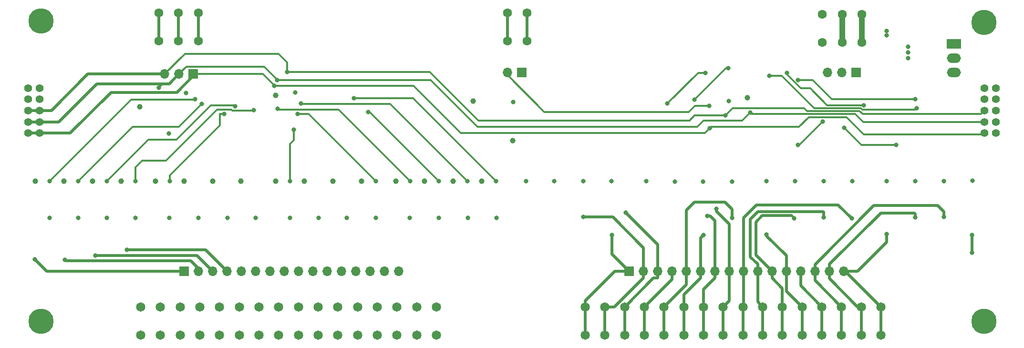
<source format=gbr>
%TF.GenerationSoftware,KiCad,Pcbnew,7.0.9*%
%TF.CreationDate,2023-12-10T13:16:36+00:00*%
%TF.ProjectId,Robust-IO-Expander,526f6275-7374-42d4-994f-2d457870616e,V1*%
%TF.SameCoordinates,Original*%
%TF.FileFunction,Copper,L4,Bot*%
%TF.FilePolarity,Positive*%
%FSLAX46Y46*%
G04 Gerber Fmt 4.6, Leading zero omitted, Abs format (unit mm)*
G04 Created by KiCad (PCBNEW 7.0.9) date 2023-12-10 13:16:36*
%MOMM*%
%LPD*%
G01*
G04 APERTURE LIST*
%TA.AperFunction,ComponentPad*%
%ADD10C,4.500000*%
%TD*%
%TA.AperFunction,ComponentPad*%
%ADD11R,1.700000X1.700000*%
%TD*%
%TA.AperFunction,ComponentPad*%
%ADD12O,1.700000X1.700000*%
%TD*%
%TA.AperFunction,ComponentPad*%
%ADD13C,1.600200*%
%TD*%
%TA.AperFunction,ComponentPad*%
%ADD14R,2.500000X1.700000*%
%TD*%
%TA.AperFunction,ComponentPad*%
%ADD15O,2.500000X1.700000*%
%TD*%
%TA.AperFunction,ComponentPad*%
%ADD16C,1.397000*%
%TD*%
%TA.AperFunction,ComponentPad*%
%ADD17C,1.650000*%
%TD*%
%TA.AperFunction,ViaPad*%
%ADD18C,0.800000*%
%TD*%
%TA.AperFunction,ViaPad*%
%ADD19C,1.000000*%
%TD*%
%TA.AperFunction,Conductor*%
%ADD20C,0.500000*%
%TD*%
%TA.AperFunction,Conductor*%
%ADD21C,0.320000*%
%TD*%
%TA.AperFunction,Conductor*%
%ADD22C,1.000000*%
%TD*%
G04 APERTURE END LIST*
D10*
%TO.P,H1,1,1*%
%TO.N,unconnected-(H1-Pad1)*%
X56642000Y-130556000D03*
%TD*%
D11*
%TO.P,J2,1,Pin_1*%
%TO.N,InCS*%
X141966000Y-86374900D03*
D12*
%TO.P,J2,2,Pin_2*%
%TO.N,OutCS*%
X139426000Y-86374900D03*
%TD*%
D13*
%TO.P,J11,1,1*%
%TO.N,SCK*%
X84582001Y-80772000D03*
%TO.P,J11,2,2*%
X84582001Y-75772000D03*
%TO.P,J11,3,3*%
%TO.N,MOSI*%
X81082001Y-80772000D03*
%TO.P,J11,4,4*%
X81082001Y-75772000D03*
%TO.P,J11,5,5*%
%TO.N,MISO*%
X77582000Y-80772000D03*
%TO.P,J11,6,6*%
X77582000Y-75772000D03*
%TD*%
D11*
%TO.P,J4,1,Pin_1*%
%TO.N,SCK*%
X83678000Y-86665000D03*
D12*
%TO.P,J4,2,Pin_2*%
%TO.N,MOSI*%
X81138000Y-86665000D03*
%TO.P,J4,3,Pin_3*%
%TO.N,MISO*%
X78598000Y-86665000D03*
%TD*%
D10*
%TO.P,H2,1,1*%
%TO.N,unconnected-(H2-Pad1)*%
X224028000Y-130556000D03*
%TD*%
D11*
%TO.P,J7,1,Pin_1*%
%TO.N,EOUT0*%
X161036000Y-121666000D03*
D12*
%TO.P,J7,2,Pin_2*%
%TO.N,EOUT1*%
X163576000Y-121666000D03*
%TO.P,J7,3,Pin_3*%
%TO.N,EOUT2*%
X166116000Y-121666000D03*
%TO.P,J7,4,Pin_4*%
%TO.N,EOUT3*%
X168656000Y-121666000D03*
%TO.P,J7,5,Pin_5*%
%TO.N,EOUT4*%
X171196000Y-121666000D03*
%TO.P,J7,6,Pin_6*%
%TO.N,EOUT5*%
X173736000Y-121666000D03*
%TO.P,J7,7,Pin_7*%
%TO.N,EOUT6*%
X176276000Y-121666000D03*
%TO.P,J7,8,Pin_8*%
%TO.N,EOUT7*%
X178816000Y-121666000D03*
%TO.P,J7,9,Pin_9*%
%TO.N,EOUT8*%
X181356000Y-121666000D03*
%TO.P,J7,10,Pin_10*%
%TO.N,EOUT9*%
X183896000Y-121666000D03*
%TO.P,J7,11,Pin_11*%
%TO.N,EOUT10*%
X186436000Y-121666000D03*
%TO.P,J7,12,Pin_12*%
%TO.N,EOUT11*%
X188976000Y-121666000D03*
%TO.P,J7,13,Pin_13*%
%TO.N,EOUT12*%
X191516000Y-121666000D03*
%TO.P,J7,14,Pin_14*%
%TO.N,EOUT13*%
X194056000Y-121666000D03*
%TO.P,J7,15,Pin_15*%
%TO.N,EOUT14*%
X196596000Y-121666000D03*
%TO.P,J7,16,Pin_16*%
%TO.N,EOUT15*%
X199136000Y-121666000D03*
%TD*%
D13*
%TO.P,J3,1,1*%
%TO.N,InCS*%
X142946002Y-80772000D03*
%TO.P,J3,2,2*%
X142946002Y-75772000D03*
%TO.P,J3,3,3*%
%TO.N,OutCS*%
X139445999Y-80772000D03*
%TO.P,J3,4,4*%
X139445999Y-75772000D03*
%TD*%
D14*
%TO.P,U11,1,IN*%
%TO.N,Net-(U11-IN)*%
X218694000Y-81322500D03*
D15*
%TO.P,U11,2,GND*%
%TO.N,GND*%
X218694000Y-83862500D03*
%TO.P,U11,3,OUT*%
%TO.N,+3.3V*%
X218694000Y-86402500D03*
%TD*%
D16*
%TO.P,J9,1,1*%
%TO.N,SCK*%
X54405399Y-97155000D03*
%TO.P,J9,2,2*%
X56405401Y-97155000D03*
%TO.P,J9,3,3*%
%TO.N,MOSI*%
X54405399Y-95155001D03*
%TO.P,J9,4,4*%
X56405401Y-95155001D03*
%TO.P,J9,5,5*%
%TO.N,MISO*%
X54405399Y-93155000D03*
%TO.P,J9,6,6*%
X56405401Y-93155000D03*
%TO.P,J9,7,7*%
%TO.N,GND*%
X54405399Y-91154999D03*
%TO.P,J9,8,8*%
X56405401Y-91154999D03*
%TO.P,J9,9,9*%
%TO.N,unconnected-(J9-Pad9)*%
X54405399Y-89155001D03*
%TO.P,J9,10,10*%
%TO.N,unconnected-(J9-Pad10)*%
X56405401Y-89155001D03*
%TD*%
D13*
%TO.P,J8,1,1*%
%TO.N,Net-(J12-Pin_1)*%
X202382001Y-81026000D03*
%TO.P,J8,2,2*%
X202382001Y-76026000D03*
%TO.P,J8,3,3*%
%TO.N,Net-(J12-Pin_2)*%
X198882001Y-81026000D03*
%TO.P,J8,4,4*%
X198882001Y-76026000D03*
%TO.P,J8,5,5*%
%TO.N,GND*%
X195382000Y-81026000D03*
%TO.P,J8,6,6*%
X195382000Y-76026000D03*
%TD*%
D11*
%TO.P,J1,1,Pin_1*%
%TO.N,EIN0*%
X82042000Y-121666000D03*
D12*
%TO.P,J1,2,Pin_2*%
%TO.N,EIN1*%
X84582000Y-121666000D03*
%TO.P,J1,3,Pin_3*%
%TO.N,EIN2*%
X87122000Y-121666000D03*
%TO.P,J1,4,Pin_4*%
%TO.N,EIN3*%
X89662000Y-121666000D03*
%TO.P,J1,5,Pin_5*%
%TO.N,EIN4*%
X92202000Y-121666000D03*
%TO.P,J1,6,Pin_6*%
%TO.N,EIN5*%
X94742000Y-121666000D03*
%TO.P,J1,7,Pin_7*%
%TO.N,EIN6*%
X97282000Y-121666000D03*
%TO.P,J1,8,Pin_8*%
%TO.N,EIN7*%
X99822000Y-121666000D03*
%TO.P,J1,9,Pin_9*%
%TO.N,EIN8*%
X102362000Y-121666000D03*
%TO.P,J1,10,Pin_10*%
%TO.N,EIN9*%
X104902000Y-121666000D03*
%TO.P,J1,11,Pin_11*%
%TO.N,EIN10*%
X107442000Y-121666000D03*
%TO.P,J1,12,Pin_12*%
%TO.N,EIN11*%
X109982000Y-121666000D03*
%TO.P,J1,13,Pin_13*%
%TO.N,EIN12*%
X112522000Y-121666000D03*
%TO.P,J1,14,Pin_14*%
%TO.N,EIN13*%
X115062000Y-121666000D03*
%TO.P,J1,15,Pin_15*%
%TO.N,EIN14*%
X117602000Y-121666000D03*
%TO.P,J1,16,Pin_16*%
%TO.N,EIN15*%
X120142000Y-121666000D03*
%TD*%
D17*
%TO.P,J6,1,1*%
%TO.N,EOUT0*%
X153270000Y-128016000D03*
%TO.P,J6,2,2*%
%TO.N,EOUT1*%
X156770000Y-128016000D03*
%TO.P,J6,3,3*%
%TO.N,EOUT2*%
X160270000Y-128016000D03*
%TO.P,J6,4,4*%
%TO.N,EOUT3*%
X163770000Y-128016000D03*
%TO.P,J6,5,5*%
%TO.N,EOUT4*%
X167270000Y-128016000D03*
%TO.P,J6,6,6*%
%TO.N,EOUT5*%
X170770000Y-128016000D03*
%TO.P,J6,7,7*%
%TO.N,EOUT6*%
X174270000Y-128016000D03*
%TO.P,J6,8,8*%
%TO.N,EOUT7*%
X177770000Y-128016000D03*
%TO.P,J6,9,9*%
%TO.N,EOUT8*%
X181270000Y-128016000D03*
%TO.P,J6,10,10*%
%TO.N,EOUT9*%
X184770000Y-128016000D03*
%TO.P,J6,11,11*%
%TO.N,EOUT10*%
X188270000Y-128016000D03*
%TO.P,J6,12,12*%
%TO.N,EOUT11*%
X191770000Y-128016000D03*
%TO.P,J6,13,13*%
%TO.N,EOUT12*%
X195270000Y-128016000D03*
%TO.P,J6,14,14*%
%TO.N,EOUT13*%
X198770000Y-128016000D03*
%TO.P,J6,15,15*%
%TO.N,EOUT14*%
X202270000Y-128016000D03*
%TO.P,J6,16,16*%
%TO.N,EOUT15*%
X205770000Y-128016000D03*
%TO.P,J6,17,17*%
X205770000Y-133016000D03*
%TO.P,J6,18,18*%
%TO.N,EOUT14*%
X202270000Y-133016000D03*
%TO.P,J6,19,19*%
%TO.N,EOUT13*%
X198770000Y-133016000D03*
%TO.P,J6,20,20*%
%TO.N,EOUT12*%
X195270000Y-133016000D03*
%TO.P,J6,21,21*%
%TO.N,EOUT11*%
X191770000Y-133016000D03*
%TO.P,J6,22,22*%
%TO.N,EOUT10*%
X188270000Y-133016000D03*
%TO.P,J6,23,23*%
%TO.N,EOUT9*%
X184770000Y-133016000D03*
%TO.P,J6,24,24*%
%TO.N,EOUT8*%
X181270000Y-133016000D03*
%TO.P,J6,25,25*%
%TO.N,EOUT7*%
X177770000Y-133016000D03*
%TO.P,J6,26,26*%
%TO.N,EOUT6*%
X174270000Y-133016000D03*
%TO.P,J6,27,27*%
%TO.N,EOUT5*%
X170770000Y-133016000D03*
%TO.P,J6,28,28*%
%TO.N,EOUT4*%
X167270000Y-133016000D03*
%TO.P,J6,29,29*%
%TO.N,EOUT3*%
X163770000Y-133016000D03*
%TO.P,J6,30,30*%
%TO.N,EOUT2*%
X160270000Y-133016000D03*
%TO.P,J6,31,31*%
%TO.N,EOUT1*%
X156770000Y-133016000D03*
%TO.P,J6,32,32*%
%TO.N,EOUT0*%
X153270000Y-133016000D03*
%TD*%
D10*
%TO.P,H3,1,1*%
%TO.N,unconnected-(H3-Pad1)*%
X56642000Y-77216000D03*
%TD*%
D11*
%TO.P,J12,1,Pin_1*%
%TO.N,Net-(J12-Pin_1)*%
X201351000Y-86360000D03*
D12*
%TO.P,J12,2,Pin_2*%
%TO.N,Net-(J12-Pin_2)*%
X198811000Y-86360000D03*
%TO.P,J12,3,Pin_3*%
%TO.N,GND*%
X196271000Y-86360000D03*
%TD*%
D10*
%TO.P,H4,1,1*%
%TO.N,unconnected-(H4-Pad1)*%
X224028000Y-77470000D03*
%TD*%
D16*
%TO.P,J10,1,1*%
%TO.N,unconnected-(J10-Pad1)*%
X224131299Y-89155000D03*
%TO.P,J10,2,2*%
%TO.N,unconnected-(J10-Pad2)*%
X226131301Y-89155000D03*
%TO.P,J10,3,3*%
%TO.N,GND*%
X224131299Y-91154999D03*
%TO.P,J10,4,4*%
X226131301Y-91154999D03*
%TO.P,J10,5,5*%
%TO.N,MISO*%
X224131299Y-93155000D03*
%TO.P,J10,6,6*%
X226131301Y-93155000D03*
%TO.P,J10,7,7*%
%TO.N,MOSI*%
X224131299Y-95155001D03*
%TO.P,J10,8,8*%
X226131301Y-95155001D03*
%TO.P,J10,9,9*%
%TO.N,SCK*%
X224131299Y-97154999D03*
%TO.P,J10,10,10*%
X226131301Y-97154999D03*
%TD*%
D17*
%TO.P,J5,1,1*%
%TO.N,EIN0*%
X74362000Y-128016000D03*
%TO.P,J5,2,2*%
%TO.N,EIN1*%
X77862000Y-128016000D03*
%TO.P,J5,3,3*%
%TO.N,EIN2*%
X81362000Y-128016000D03*
%TO.P,J5,4,4*%
%TO.N,EIN3*%
X84862000Y-128016000D03*
%TO.P,J5,5,5*%
%TO.N,EIN4*%
X88362000Y-128016000D03*
%TO.P,J5,6,6*%
%TO.N,EIN5*%
X91862000Y-128016000D03*
%TO.P,J5,7,7*%
%TO.N,EIN6*%
X95362000Y-128016000D03*
%TO.P,J5,8,8*%
%TO.N,EIN7*%
X98862000Y-128016000D03*
%TO.P,J5,9,9*%
%TO.N,EIN8*%
X102362000Y-128016000D03*
%TO.P,J5,10,10*%
%TO.N,EIN9*%
X105862000Y-128016000D03*
%TO.P,J5,11,11*%
%TO.N,EIN10*%
X109362000Y-128016000D03*
%TO.P,J5,12,12*%
%TO.N,EIN11*%
X112862000Y-128016000D03*
%TO.P,J5,13,13*%
%TO.N,EIN12*%
X116362000Y-128016000D03*
%TO.P,J5,14,14*%
%TO.N,EIN13*%
X119862000Y-128016000D03*
%TO.P,J5,15,15*%
%TO.N,EIN14*%
X123362000Y-128016000D03*
%TO.P,J5,16,16*%
%TO.N,EIN15*%
X126862000Y-128016000D03*
%TO.P,J5,17,17*%
X126862000Y-133016000D03*
%TO.P,J5,18,18*%
%TO.N,EIN14*%
X123362000Y-133016000D03*
%TO.P,J5,19,19*%
%TO.N,EIN13*%
X119862000Y-133016000D03*
%TO.P,J5,20,20*%
%TO.N,EIN12*%
X116362000Y-133016000D03*
%TO.P,J5,21,21*%
%TO.N,EIN11*%
X112862000Y-133016000D03*
%TO.P,J5,22,22*%
%TO.N,EIN10*%
X109362000Y-133016000D03*
%TO.P,J5,23,23*%
%TO.N,EIN9*%
X105862000Y-133016000D03*
%TO.P,J5,24,24*%
%TO.N,EIN8*%
X102362000Y-133016000D03*
%TO.P,J5,25,25*%
%TO.N,EIN7*%
X98862000Y-133016000D03*
%TO.P,J5,26,26*%
%TO.N,EIN6*%
X95362000Y-133016000D03*
%TO.P,J5,27,27*%
%TO.N,EIN5*%
X91862000Y-133016000D03*
%TO.P,J5,28,28*%
%TO.N,EIN4*%
X88362000Y-133016000D03*
%TO.P,J5,29,29*%
%TO.N,EIN3*%
X84862000Y-133016000D03*
%TO.P,J5,30,30*%
%TO.N,EIN2*%
X81362000Y-133016000D03*
%TO.P,J5,31,31*%
%TO.N,EIN1*%
X77862000Y-133016000D03*
%TO.P,J5,32,32*%
%TO.N,EIN0*%
X74362000Y-133016000D03*
%TD*%
D18*
%TO.N,EIN0*%
X55524400Y-119532000D03*
%TO.N,EIN1*%
X60909200Y-119634000D03*
%TO.N,EIN2*%
X66294000Y-118872000D03*
%TO.N,EIN3*%
X71932800Y-117856000D03*
%TO.N,OutCS*%
X175317600Y-92281100D03*
%TO.N,GND*%
X185420000Y-105664000D03*
X122123000Y-112217000D03*
X105969000Y-112217000D03*
X127254000Y-112217000D03*
X73456800Y-112217000D03*
X79451200Y-112166000D03*
X84582000Y-112217000D03*
X101752400Y-89924500D03*
X169164000Y-105766000D03*
X82397600Y-90017600D03*
X174193000Y-105766000D03*
X132436000Y-112217000D03*
X137516000Y-112217000D03*
X200660000Y-105664000D03*
X94792800Y-112217000D03*
X100838000Y-112217000D03*
X63296800Y-112217000D03*
X142748000Y-105715000D03*
X216916000Y-105664000D03*
X179324000Y-105766000D03*
X152908000Y-105715000D03*
X147777000Y-105715000D03*
X157937000Y-105715000D03*
X164135000Y-105715000D03*
X89763600Y-112217000D03*
X140462000Y-91664900D03*
X210566000Y-82804000D03*
X110947000Y-112166000D03*
X190551000Y-105664000D03*
X178749400Y-91493600D03*
X116078000Y-112217000D03*
X221996000Y-105613000D03*
D19*
X133350000Y-91440000D03*
D18*
X68326000Y-112217000D03*
X206756000Y-79756000D03*
X210566000Y-81788000D03*
D19*
X74168000Y-92456000D03*
D18*
X210566000Y-83820000D03*
X195580000Y-105664000D03*
X211887000Y-105715000D03*
X206756000Y-78994000D03*
X206807000Y-105664000D03*
X58166000Y-112217000D03*
%TO.N,SCK*%
X98094800Y-88747600D03*
X175367300Y-96271700D03*
%TO.N,MOSI*%
X77603900Y-89066500D03*
X182565100Y-93491000D03*
X98602800Y-87731600D03*
%TO.N,MISO*%
X100381000Y-86258400D03*
X178155600Y-94016500D03*
%TO.N,EOUT0*%
X157988000Y-115265200D03*
%TO.N,EOUT1*%
X152908000Y-112062500D03*
%TO.N,EOUT2*%
X160501800Y-111303000D03*
%TO.N,EOUT4*%
X179324000Y-112185200D03*
%TO.N,EOUT5*%
X174244000Y-115265200D03*
%TO.N,EOUT6*%
X174904400Y-111861600D03*
%TO.N,EOUT7*%
X176530000Y-110591600D03*
%TO.N,EOUT8*%
X200558400Y-112268000D03*
%TO.N,EOUT9*%
X195580000Y-112099900D03*
%TO.N,EOUT10*%
X190373250Y-112242350D03*
%TO.N,EOUT11*%
X185470800Y-115163600D03*
%TO.N,EOUT12*%
X221945200Y-118414800D03*
X221945200Y-115214400D03*
%TO.N,EOUT13*%
X216916000Y-112064800D03*
%TO.N,EOUT14*%
X211836000Y-112115400D03*
%TO.N,EOUT15*%
X206756000Y-115112800D03*
%TO.N,Out0*%
X172638750Y-91206350D03*
X178636268Y-85581500D03*
%TO.N,Out1*%
X167859950Y-91913950D03*
X174599600Y-86419500D03*
%TO.N,Out11*%
X191046000Y-99207400D03*
X195393700Y-95070700D03*
%TO.N,Out12*%
X211834100Y-91082000D03*
X191051400Y-87690200D03*
%TO.N,Out13*%
X212120000Y-92693000D03*
X185934200Y-86991000D03*
%TO.N,Out14*%
X202737100Y-92190200D03*
X189042900Y-86473900D03*
%TO.N,Out15*%
X208475500Y-99210800D03*
X199237600Y-96164400D03*
%TO.N,IN8*%
X101514900Y-96519400D03*
X100838000Y-105664000D03*
%TO.N,IN11*%
X102209600Y-93723500D03*
X116078000Y-105664000D03*
%TO.N,IN12*%
X122174000Y-105664000D03*
X98627900Y-92793500D03*
%TO.N,IN13*%
X127254000Y-105664000D03*
X114757200Y-93370400D03*
%TO.N,IN14*%
X132334000Y-105664000D03*
X102768400Y-91874500D03*
%TO.N,IN15*%
X137414000Y-105664000D03*
X112242200Y-90906200D03*
%TO.N,IN0*%
X83969000Y-91082200D03*
X58166000Y-105664000D03*
%TO.N,IN1*%
X85192800Y-91967700D03*
X63246000Y-105664000D03*
%TO.N,IN2*%
X91152800Y-92366200D03*
X68326000Y-105664000D03*
%TO.N,IN3*%
X94443600Y-93065000D03*
X73406000Y-105664000D03*
%TO.N,IN4*%
X79502000Y-105664000D03*
X89197700Y-93766400D03*
D19*
%TO.N,+3.3V*%
X77012800Y-105715000D03*
X92151200Y-105715000D03*
X182067000Y-90881200D03*
X103429000Y-105715000D03*
D18*
X79349600Y-97231200D03*
D19*
X82092800Y-105715000D03*
X70866000Y-105715000D03*
X108509000Y-105715000D03*
X87172800Y-105715000D03*
X65836800Y-105715000D03*
X129794000Y-105715000D03*
X98348800Y-90474800D03*
X140411000Y-98450400D03*
X60706000Y-105715000D03*
X124714000Y-105715000D03*
X113538000Y-105715000D03*
X55676800Y-105715000D03*
X119634000Y-105715000D03*
X134874000Y-105715000D03*
X98348800Y-105715000D03*
%TD*%
D20*
%TO.N,EIN0*%
X55880000Y-119888000D02*
X55524400Y-119532000D01*
X57658000Y-121666000D02*
X55880000Y-119888000D01*
X82042000Y-121666000D02*
X57658000Y-121666000D01*
%TO.N,EIN1*%
X83250000Y-119826000D02*
X61152000Y-119826000D01*
X61152000Y-119826000D02*
X60960000Y-119634000D01*
X60909200Y-119583000D02*
X60960000Y-119634000D01*
X60960000Y-119634000D02*
X60909200Y-119634000D01*
X60909200Y-119634000D02*
X60909200Y-119583000D01*
X84582000Y-121158000D02*
X83250000Y-119826000D01*
X84582000Y-121666000D02*
X84582000Y-121158000D01*
%TO.N,EIN2*%
X66294000Y-118872000D02*
X84328000Y-118872000D01*
X84328000Y-118872000D02*
X87122000Y-121666000D01*
%TO.N,EIN3*%
X89662000Y-121666000D02*
X85852000Y-117856000D01*
X85852000Y-117856000D02*
X71932800Y-117856000D01*
X71932800Y-117856000D02*
X71882000Y-117856000D01*
%TO.N,InCS*%
X142946000Y-75772000D02*
X142946000Y-80772000D01*
D21*
%TO.N,OutCS*%
X139426000Y-86797200D02*
X145999200Y-93370400D01*
D20*
X139446000Y-75772000D02*
X139446000Y-80772000D01*
D21*
X139426000Y-86374900D02*
X139426000Y-86797200D01*
X171609800Y-93370400D02*
X172699100Y-92281100D01*
X172699100Y-92281100D02*
X175317600Y-92281100D01*
X145999200Y-93370400D02*
X171609800Y-93370400D01*
%TO.N,SCK*%
X175367300Y-96271700D02*
X175627000Y-96012000D01*
X202742800Y-97383600D02*
X223902700Y-97383600D01*
D20*
X83678000Y-87010000D02*
X80772000Y-89916000D01*
X83678000Y-86665000D02*
X83678000Y-87010000D01*
D21*
X174509400Y-97129600D02*
X175367300Y-96271700D01*
X122742600Y-88747600D02*
X131124600Y-97129600D01*
D20*
X61849000Y-97155000D02*
X56405400Y-97155000D01*
D21*
X98094800Y-88747600D02*
X98145600Y-88747600D01*
D20*
X84582000Y-75772000D02*
X84582000Y-80772000D01*
D21*
X83678000Y-86665000D02*
X96063000Y-86665000D01*
X96063000Y-86665000D02*
X98044000Y-88646000D01*
X98044000Y-88646000D02*
X98094800Y-88696800D01*
X131124600Y-97129600D02*
X174509400Y-97129600D01*
X223902700Y-97383600D02*
X224131300Y-97155000D01*
X192936300Y-94294000D02*
X199653200Y-94294000D01*
X98145600Y-88747600D02*
X98094800Y-88696800D01*
X98145600Y-88747600D02*
X122742600Y-88747600D01*
X98094800Y-88696800D02*
X98044000Y-88646000D01*
D20*
X54405400Y-97155000D02*
X56405400Y-97155000D01*
D21*
X199653200Y-94294000D02*
X202742800Y-97383600D01*
X175627000Y-96012000D02*
X191218300Y-96012000D01*
D20*
X80772000Y-89916000D02*
X69088000Y-89916000D01*
X69088000Y-89916000D02*
X61849000Y-97155000D01*
D21*
X191218300Y-96012000D02*
X192936300Y-94294000D01*
X98094800Y-88696800D02*
X98094800Y-88747600D01*
D20*
%TO.N,MOSI*%
X59785000Y-95155000D02*
X56405400Y-95155000D01*
X54405400Y-95155000D02*
X56405400Y-95155000D01*
D21*
X224124700Y-95148400D02*
X224131300Y-95155000D01*
X202590400Y-95148400D02*
X224124700Y-95148400D01*
X201214100Y-93772100D02*
X202590400Y-95148400D01*
X96266000Y-85344000D02*
X98602800Y-87680800D01*
D20*
X81082000Y-75772000D02*
X81082000Y-80772000D01*
D21*
X77603900Y-89066500D02*
X77603900Y-89002800D01*
X98602800Y-87680800D02*
X98602800Y-87731600D01*
D20*
X81138000Y-86665000D02*
X79411000Y-88392000D01*
D21*
X98679000Y-87757000D02*
X125812700Y-87757000D01*
X173177200Y-96062800D02*
X174285700Y-94954300D01*
X182565100Y-93491000D02*
X182846200Y-93772100D01*
X98602800Y-87731600D02*
X98653600Y-87731600D01*
D20*
X78214700Y-88392000D02*
X66548000Y-88392000D01*
D21*
X125812700Y-87757000D02*
X134118500Y-96062800D01*
X98653600Y-87731600D02*
X98679000Y-87757000D01*
X181101800Y-94954300D02*
X182565100Y-93491000D01*
D20*
X66548000Y-88392000D02*
X59785000Y-95155000D01*
D21*
X77603900Y-89002800D02*
X78214700Y-88392000D01*
X134118500Y-96062800D02*
X173177200Y-96062800D01*
X174285700Y-94954300D02*
X181101800Y-94954300D01*
D20*
X79411000Y-88392000D02*
X78214700Y-88392000D01*
D21*
X81138000Y-86665000D02*
X82459000Y-85344000D01*
X82459000Y-85344000D02*
X96266000Y-85344000D01*
X182846200Y-93772100D02*
X201214100Y-93772100D01*
%TO.N,MISO*%
X178155600Y-94016500D02*
X172683500Y-94016500D01*
X134293800Y-94930800D02*
X125621400Y-86258400D01*
X125621400Y-86258400D02*
X100381000Y-86258400D01*
D20*
X58483000Y-93155000D02*
X56405400Y-93155000D01*
D21*
X100381000Y-86258400D02*
X100330000Y-86309200D01*
D20*
X78598000Y-86665000D02*
X64973000Y-86665000D01*
X77582000Y-75772000D02*
X77582000Y-80772000D01*
D21*
X223509500Y-93776800D02*
X224131300Y-93155000D01*
D20*
X64973000Y-86665000D02*
X58483000Y-93155000D01*
D21*
X100330000Y-84582000D02*
X100330000Y-86207600D01*
X192095800Y-92731000D02*
X192615000Y-93250200D01*
X98806000Y-83058000D02*
X100330000Y-84582000D01*
X202508200Y-93776800D02*
X223509500Y-93776800D01*
X192615000Y-93250200D02*
X201981600Y-93250200D01*
X78598000Y-86665000D02*
X82205000Y-83058000D01*
X171769200Y-94930800D02*
X134293800Y-94930800D01*
D20*
X54405400Y-93155000D02*
X56405400Y-93155000D01*
D21*
X179441100Y-92731000D02*
X192095800Y-92731000D01*
X100330000Y-86207600D02*
X100381000Y-86258400D01*
X178155600Y-94016500D02*
X179441100Y-92731000D01*
X82205000Y-83058000D02*
X98806000Y-83058000D01*
X201981600Y-93250200D02*
X202508200Y-93776800D01*
X172683500Y-94016500D02*
X171769200Y-94930800D01*
X100330000Y-86309200D02*
X100330000Y-86360000D01*
D20*
%TO.N,EOUT0*%
X153270000Y-126892000D02*
X158496000Y-121666000D01*
X153270000Y-128016000D02*
X153270000Y-126892000D01*
X158496000Y-121666000D02*
X161036000Y-121666000D01*
X153270000Y-133016000D02*
X153270000Y-128016000D01*
X161036000Y-121666000D02*
X157988000Y-118618000D01*
X157988000Y-118618000D02*
X157988000Y-115265200D01*
D21*
%TO.N,EOUT1*%
X163576000Y-122398400D02*
X163576000Y-121666000D01*
D20*
X158138100Y-112062500D02*
X163576000Y-117500400D01*
X152908000Y-112062500D02*
X158138100Y-112062500D01*
X158437900Y-128016000D02*
X163576000Y-122877900D01*
X156770000Y-133016000D02*
X156770000Y-128016000D01*
X156770000Y-128016000D02*
X158437900Y-128016000D01*
X163576000Y-117500400D02*
X163576000Y-121666000D01*
X163576000Y-122398400D02*
X163576000Y-122877900D01*
%TO.N,EOUT2*%
X166116000Y-116917200D02*
X160501800Y-111303000D01*
X165408100Y-122877900D02*
X166116000Y-122877900D01*
X160270000Y-128016000D02*
X165408100Y-122877900D01*
X160270000Y-133016000D02*
X160270000Y-128016000D01*
X166116000Y-122264100D02*
X166116000Y-122877900D01*
X166116000Y-121666000D02*
X166116000Y-116917200D01*
D21*
X166116000Y-122264100D02*
X166116000Y-121666000D01*
D20*
%TO.N,EOUT3*%
X168656000Y-123130000D02*
X168656000Y-121666000D01*
X163770000Y-133016000D02*
X163770000Y-128016000D01*
X163770000Y-128016000D02*
X168656000Y-123130000D01*
%TO.N,EOUT4*%
X178104800Y-109423200D02*
X179324000Y-110642400D01*
X171196000Y-121666000D02*
X171196000Y-110845600D01*
X179324000Y-110642400D02*
X179324000Y-112185200D01*
X171196000Y-110845600D02*
X172618400Y-109423200D01*
X171196000Y-124090000D02*
X171196000Y-121666000D01*
X167270000Y-133016000D02*
X167270000Y-128016000D01*
X167270000Y-128016000D02*
X171196000Y-124090000D01*
X172618400Y-109423200D02*
X178104800Y-109423200D01*
%TO.N,EOUT5*%
X170770000Y-133016000D02*
X170770000Y-128016000D01*
X174244000Y-115265200D02*
X173736000Y-115773200D01*
X173736000Y-115773200D02*
X173736000Y-121666000D01*
D21*
X173736000Y-122141000D02*
X173736000Y-121666000D01*
D20*
X173736000Y-122141000D02*
X173736000Y-122877900D01*
X170770000Y-125843900D02*
X173736000Y-122877900D01*
X170770000Y-128016000D02*
X170770000Y-125843900D01*
%TO.N,EOUT6*%
X174270000Y-124883900D02*
X176276000Y-122877900D01*
X175434400Y-111861600D02*
X176276000Y-112703200D01*
X174904400Y-111861600D02*
X175434400Y-111861600D01*
X176276000Y-112703200D02*
X176276000Y-121666000D01*
X174270000Y-128016000D02*
X174270000Y-124883900D01*
D21*
X176276000Y-122271900D02*
X176276000Y-121666000D01*
D20*
X176276000Y-122271900D02*
X176276000Y-122877900D01*
X174270000Y-133016000D02*
X174270000Y-128016000D01*
%TO.N,EOUT7*%
X178816000Y-126970000D02*
X178816000Y-121666000D01*
D21*
X176530000Y-110591600D02*
X176530000Y-110998000D01*
D20*
X178816000Y-113284000D02*
X178816000Y-121666000D01*
X176530000Y-110998000D02*
X178816000Y-113284000D01*
X177770000Y-133016000D02*
X177770000Y-128016000D01*
X177770000Y-128016000D02*
X178816000Y-126970000D01*
%TO.N,EOUT8*%
X181356000Y-112217200D02*
X181356000Y-121666000D01*
D21*
X181270000Y-128016000D02*
X181356000Y-127930000D01*
D20*
X183692800Y-109880400D02*
X181356000Y-112217200D01*
X181270000Y-133016000D02*
X181270000Y-128016000D01*
X200558400Y-112268000D02*
X198170800Y-109880400D01*
X181356000Y-127930000D02*
X181356000Y-121666000D01*
X198170800Y-109880400D02*
X183692800Y-109880400D01*
%TO.N,EOUT9*%
X184770000Y-128016000D02*
X183896000Y-127142000D01*
X183896000Y-127142000D02*
X183896000Y-121666000D01*
X183896000Y-120454100D02*
X182576200Y-119134300D01*
X184770000Y-133016000D02*
X184770000Y-128016000D01*
X195580000Y-111201200D02*
X195580000Y-112099900D01*
X182576200Y-119134300D02*
X182576200Y-112470200D01*
X183946800Y-111099600D02*
X195478400Y-111099600D01*
X182576200Y-112470200D02*
X183946800Y-111099600D01*
X183896000Y-121666000D02*
X183896000Y-120454100D01*
X195478400Y-111099600D02*
X195580000Y-111201200D01*
%TO.N,EOUT10*%
X188270000Y-133016000D02*
X188270000Y-128016000D01*
X188270000Y-128016000D02*
X188270000Y-124711900D01*
X189941700Y-111810800D02*
X184708800Y-111810800D01*
D21*
X190373250Y-112242350D02*
X189941700Y-111810800D01*
D20*
X188270000Y-124711900D02*
X186436000Y-122877900D01*
X184708800Y-111810800D02*
X183591200Y-112928400D01*
X183591200Y-118821200D02*
X186436000Y-121666000D01*
D21*
X186436000Y-122141000D02*
X186436000Y-121666000D01*
D20*
X183591200Y-112928400D02*
X183591200Y-118821200D01*
X186436000Y-122141000D02*
X186436000Y-122877900D01*
%TO.N,EOUT11*%
X191770000Y-133016000D02*
X191770000Y-128016000D01*
X188976000Y-118889900D02*
X188976000Y-121666000D01*
D21*
X185470800Y-115163600D02*
X185470800Y-115384700D01*
X188976000Y-122264100D02*
X188976000Y-121666000D01*
D20*
X185470800Y-115384700D02*
X188976000Y-118889900D01*
X188976000Y-125222000D02*
X188976000Y-122877900D01*
X188976000Y-122264100D02*
X188976000Y-122877900D01*
X191770000Y-128016000D02*
X188976000Y-125222000D01*
%TO.N,EOUT12*%
X195270000Y-128016000D02*
X191516000Y-124262000D01*
X191516000Y-124262000D02*
X191516000Y-122877900D01*
D21*
X191516000Y-122264100D02*
X191516000Y-121666000D01*
D20*
X191516000Y-122264100D02*
X191516000Y-122877900D01*
X195270000Y-133016000D02*
X195270000Y-128016000D01*
X221945200Y-118414800D02*
X221945200Y-115214400D01*
D21*
X221945200Y-115214400D02*
X221945200Y-115265200D01*
D20*
%TO.N,EOUT13*%
X216916000Y-112064800D02*
X216916000Y-111099600D01*
X204520800Y-110032800D02*
X194056000Y-120497600D01*
X198770000Y-128016000D02*
X194056000Y-123302000D01*
X194056000Y-123302000D02*
X194056000Y-121666000D01*
X194056000Y-120497600D02*
X194056000Y-121666000D01*
X216916000Y-111099600D02*
X215849200Y-110032800D01*
X215849200Y-110032800D02*
X204520800Y-110032800D01*
X198770000Y-133016000D02*
X198770000Y-128016000D01*
%TO.N,EOUT14*%
X211836000Y-111506000D02*
X211836000Y-112115400D01*
X196596000Y-120454100D02*
X205733900Y-111316200D01*
X211646200Y-111316200D02*
X211836000Y-111506000D01*
X205733900Y-111316200D02*
X211646200Y-111316200D01*
X196596000Y-121666000D02*
X196596000Y-120454100D01*
X196596000Y-122986800D02*
X196596000Y-121666000D01*
X201625200Y-128016000D02*
X196596000Y-122986800D01*
X202270000Y-133016000D02*
X202270000Y-128016000D01*
D21*
X202270000Y-128016000D02*
X201625200Y-128016000D01*
D20*
%TO.N,EOUT15*%
X206756000Y-116535200D02*
X201625200Y-121666000D01*
X206756000Y-115112800D02*
X206756000Y-116535200D01*
X205770000Y-128016000D02*
X199420000Y-121666000D01*
X205770000Y-133016000D02*
X205770000Y-128016000D01*
D21*
X199420000Y-121666000D02*
X199136000Y-121666000D01*
D20*
X201625200Y-121666000D02*
X199136000Y-121666000D01*
D21*
%TO.N,Out0*%
X178263600Y-85581500D02*
X178636268Y-85581500D01*
X172638750Y-91206350D02*
X178263600Y-85581500D01*
%TO.N,Out1*%
X167859950Y-91913950D02*
X173354400Y-86419500D01*
X173354400Y-86419500D02*
X174599600Y-86419500D01*
%TO.N,Out11*%
X191257000Y-99207400D02*
X195393700Y-95070700D01*
X191046000Y-99207400D02*
X191257000Y-99207400D01*
%TO.N,Out12*%
X193659000Y-87690200D02*
X191051400Y-87690200D01*
X197050800Y-91082000D02*
X193659000Y-87690200D01*
X211834100Y-91082000D02*
X197050800Y-91082000D01*
%TO.N,Out13*%
X188139000Y-86991000D02*
X193876300Y-92728300D01*
X211860900Y-92952100D02*
X212120000Y-92693000D01*
X185934200Y-86991000D02*
X188139000Y-86991000D01*
X193876300Y-92728300D02*
X202197800Y-92728300D01*
X202197800Y-92728300D02*
X202421600Y-92952100D01*
X202421600Y-92952100D02*
X211860900Y-92952100D01*
%TO.N,Out14*%
X189042900Y-86756503D02*
X191491197Y-89204800D01*
X196177800Y-92190200D02*
X202737100Y-92190200D01*
X193192400Y-89204800D02*
X196177800Y-92190200D01*
X189042900Y-86473900D02*
X189042900Y-86756503D01*
X191491197Y-89204800D02*
X193192400Y-89204800D01*
%TO.N,Out15*%
X199237600Y-96164400D02*
X202284000Y-99210800D01*
X202284000Y-99210800D02*
X208475500Y-99210800D01*
%TO.N,IN8*%
X101514900Y-98383100D02*
X101514900Y-96519400D01*
X100838000Y-105664000D02*
X100838000Y-99060000D01*
X100838000Y-99060000D02*
X101514900Y-98383100D01*
%TO.N,IN11*%
X103191600Y-93723500D02*
X103194100Y-93726000D01*
X102209600Y-93723500D02*
X103191600Y-93723500D01*
X104140000Y-93726000D02*
X116078000Y-105664000D01*
X103194100Y-93726000D02*
X104140000Y-93726000D01*
%TO.N,IN12*%
X109474000Y-92964000D02*
X101600000Y-92964000D01*
X122174000Y-105664000D02*
X109474000Y-92964000D01*
X98798400Y-92964000D02*
X101600000Y-92964000D01*
X98627900Y-92793500D02*
X98798400Y-92964000D01*
%TO.N,IN13*%
X127254000Y-105664000D02*
X114960400Y-93370400D01*
X114960400Y-93370400D02*
X114757200Y-93370400D01*
%TO.N,IN14*%
X102892700Y-91998800D02*
X118668800Y-91998800D01*
X118668800Y-91998800D02*
X132334000Y-105664000D01*
X102768400Y-91874500D02*
X102892700Y-91998800D01*
%TO.N,IN15*%
X137414000Y-105664000D02*
X122682000Y-90932000D01*
X122682000Y-90932000D02*
X112268000Y-90932000D01*
X112268000Y-90932000D02*
X112242200Y-90906200D01*
%TO.N,IN0*%
X72668000Y-91162000D02*
X83889200Y-91162000D01*
X58166000Y-105664000D02*
X72668000Y-91162000D01*
X83889200Y-91162000D02*
X83969000Y-91082200D01*
%TO.N,IN1*%
X81148500Y-96012000D02*
X85192800Y-91967700D01*
X72898000Y-96012000D02*
X81148500Y-96012000D01*
X63246000Y-105664000D02*
X72898000Y-96012000D01*
%TO.N,IN2*%
X80721200Y-98298000D02*
X86817200Y-92202000D01*
X86817200Y-92202000D02*
X90988600Y-92202000D01*
X75692000Y-98298000D02*
X80721200Y-98298000D01*
X68326000Y-105664000D02*
X75692000Y-98298000D01*
X90988600Y-92202000D02*
X91152800Y-92366200D01*
%TO.N,IN3*%
X94380500Y-93128100D02*
X94443600Y-93065000D01*
X90424000Y-92964000D02*
X90588100Y-93128100D01*
X90588100Y-93128100D02*
X94380500Y-93128100D01*
X73406000Y-103226000D02*
X74625200Y-102006000D01*
X87884000Y-92964000D02*
X90424000Y-92964000D01*
X74625200Y-102006000D02*
X78842000Y-102006000D01*
X73406000Y-105664000D02*
X73406000Y-103226000D01*
X78842000Y-102006000D02*
X87884000Y-92964000D01*
%TO.N,IN4*%
X79502000Y-105664000D02*
X79502000Y-104648000D01*
X88404000Y-93714000D02*
X89145300Y-93714000D01*
X88392000Y-95758000D02*
X88392000Y-93726000D01*
X79502000Y-104648000D02*
X88392000Y-95758000D01*
X88392000Y-93726000D02*
X88404000Y-93714000D01*
X89145300Y-93714000D02*
X89197700Y-93766400D01*
D22*
%TO.N,Net-(J12-Pin_1)*%
X202382000Y-76026000D02*
X202382000Y-81026000D01*
%TO.N,Net-(J12-Pin_2)*%
X198882000Y-76026000D02*
X198882000Y-81026000D01*
%TD*%
M02*

</source>
